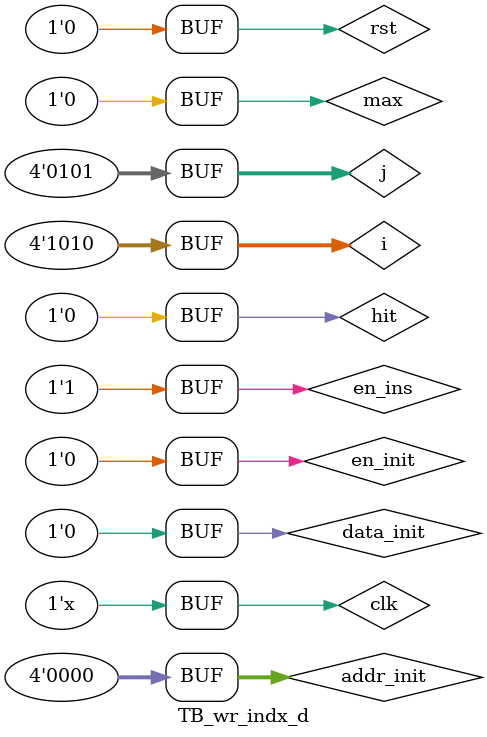
<source format=v>
`include "/c:.../Writing_index_direction.v"

module TB_wr_indx_d();

    parameter N = 5;
    parameter BitAddr = $clog2(N);
    parameter addr_lenght = (((N+1)*(N+1))-1);
    
     reg clk, rst;
     reg en_ins, en_init,hit;
     reg [BitAddr:0] i, j, addr_init;
     reg [2:0] symbol;
     wire [addr_lenght:0] addr_out;
     wire [2:0] symbol_out;

wr_indx indx(
    .clk(clk),
    .rst(rst),
    .en_ins(en_ins),
    .en_init(en_init),
    .hit(hit),
    .i(i),
    .j(j),
    .addr_init(addr_init),
    .symbol(symbol),
    .addr_out(addr_out),
    .symbol_out(symbol_out)
);

always #2 clk=!clk;
initial begin 
rst=1;
#4 rst=0;
clk=0;
en_init=1;
en_ins=0;
i=000;
j=000;
addr_init=011;
max=000000000;
data_init=001010110;
hit=0;
#8 hit=1;
#8 hit=0;
en_init=0;
en_ins=1;
i=010;
j=101;
addr_init=000;
max=010101100;
data_init=00000000;
end

endmodule
</source>
